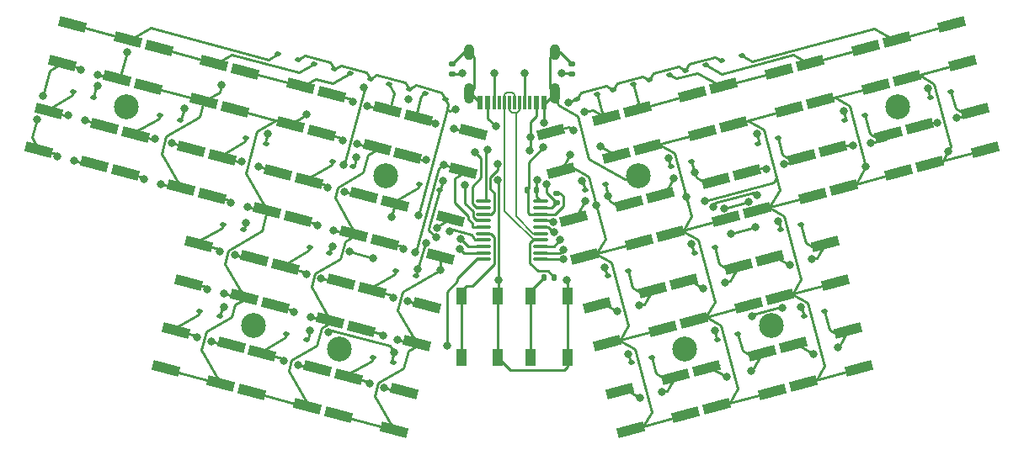
<source format=gbr>
%TF.GenerationSoftware,KiCad,Pcbnew,7.0.8*%
%TF.CreationDate,2024-02-24T18:47:46-06:00*%
%TF.ProjectId,idawgz32,69646177-677a-4333-922e-6b696361645f,rev?*%
%TF.SameCoordinates,Original*%
%TF.FileFunction,Copper,L1,Top*%
%TF.FilePolarity,Positive*%
%FSLAX46Y46*%
G04 Gerber Fmt 4.6, Leading zero omitted, Abs format (unit mm)*
G04 Created by KiCad (PCBNEW 7.0.8) date 2024-02-24 18:47:46*
%MOMM*%
%LPD*%
G01*
G04 APERTURE LIST*
G04 Aperture macros list*
%AMRoundRect*
0 Rectangle with rounded corners*
0 $1 Rounding radius*
0 $2 $3 $4 $5 $6 $7 $8 $9 X,Y pos of 4 corners*
0 Add a 4 corners polygon primitive as box body*
4,1,4,$2,$3,$4,$5,$6,$7,$8,$9,$2,$3,0*
0 Add four circle primitives for the rounded corners*
1,1,$1+$1,$2,$3*
1,1,$1+$1,$4,$5*
1,1,$1+$1,$6,$7*
1,1,$1+$1,$8,$9*
0 Add four rect primitives between the rounded corners*
20,1,$1+$1,$2,$3,$4,$5,0*
20,1,$1+$1,$4,$5,$6,$7,0*
20,1,$1+$1,$6,$7,$8,$9,0*
20,1,$1+$1,$8,$9,$2,$3,0*%
%AMRotRect*
0 Rectangle, with rotation*
0 The origin of the aperture is its center*
0 $1 length*
0 $2 width*
0 $3 Rotation angle, in degrees counterclockwise*
0 Add horizontal line*
21,1,$1,$2,0,0,$3*%
G04 Aperture macros list end*
%TA.AperFunction,SMDPad,CuDef*%
%ADD10R,1.100000X1.800000*%
%TD*%
%TA.AperFunction,SMDPad,CuDef*%
%ADD11RotRect,2.750000X1.000000X15.000000*%
%TD*%
%TA.AperFunction,SMDPad,CuDef*%
%ADD12RotRect,2.750000X1.000000X345.000000*%
%TD*%
%TA.AperFunction,SMDPad,CuDef*%
%ADD13RoundRect,0.112500X-0.151994X-0.157195X0.210228X-0.060138X0.151994X0.157195X-0.210228X0.060138X0*%
%TD*%
%TA.AperFunction,ComponentPad*%
%ADD14C,2.500000*%
%TD*%
%TA.AperFunction,SMDPad,CuDef*%
%ADD15RoundRect,0.112500X0.210228X0.060138X-0.151994X0.157195X-0.210228X-0.060138X0.151994X-0.157195X0*%
%TD*%
%TA.AperFunction,SMDPad,CuDef*%
%ADD16RoundRect,0.135000X0.135000X0.185000X-0.135000X0.185000X-0.135000X-0.185000X0.135000X-0.185000X0*%
%TD*%
%TA.AperFunction,SMDPad,CuDef*%
%ADD17RoundRect,0.140000X0.170000X-0.140000X0.170000X0.140000X-0.170000X0.140000X-0.170000X-0.140000X0*%
%TD*%
%TA.AperFunction,SMDPad,CuDef*%
%ADD18RoundRect,0.140000X0.140000X0.170000X-0.140000X0.170000X-0.140000X-0.170000X0.140000X-0.170000X0*%
%TD*%
%TA.AperFunction,SMDPad,CuDef*%
%ADD19RoundRect,0.135000X0.185000X-0.135000X0.185000X0.135000X-0.185000X0.135000X-0.185000X-0.135000X0*%
%TD*%
%TA.AperFunction,SMDPad,CuDef*%
%ADD20RoundRect,0.100000X-0.637500X-0.100000X0.637500X-0.100000X0.637500X0.100000X-0.637500X0.100000X0*%
%TD*%
%TA.AperFunction,ComponentPad*%
%ADD21O,1.000000X1.600000*%
%TD*%
%TA.AperFunction,ComponentPad*%
%ADD22O,1.000000X2.100000*%
%TD*%
%TA.AperFunction,SMDPad,CuDef*%
%ADD23R,0.600000X1.450000*%
%TD*%
%TA.AperFunction,SMDPad,CuDef*%
%ADD24R,0.300000X1.450000*%
%TD*%
%TA.AperFunction,ViaPad*%
%ADD25C,0.800000*%
%TD*%
%TA.AperFunction,Conductor*%
%ADD26C,0.250000*%
%TD*%
%TA.AperFunction,Conductor*%
%ADD27C,0.200000*%
%TD*%
G04 APERTURE END LIST*
D10*
%TO.P,SW42,1,1*%
%TO.N,RST*%
X65968851Y-77101876D03*
X65968851Y-70901876D03*
%TO.P,SW42,2,2*%
%TO.N,+3.3V*%
X69668851Y-77101876D03*
X69668851Y-70901876D03*
%TD*%
%TO.P,SW41,1,1*%
%TO.N,BOOT*%
X72968851Y-77101872D03*
X72968851Y-70901872D03*
%TO.P,SW41,2,2*%
%TO.N,+3.3V*%
X76668851Y-77101872D03*
X76668851Y-70901872D03*
%TD*%
D11*
%TO.P,SW32,1,1*%
%TO.N,Net-(D32-A)*%
X87515155Y-78992326D03*
X81951423Y-80483124D03*
%TO.P,SW32,2,2*%
%TO.N,col6*%
X88550431Y-82856030D03*
X82986699Y-84346828D03*
%TD*%
D12*
%TO.P,SW31,1,1*%
%TO.N,Net-(D31-A)*%
X60232942Y-80483121D03*
X54669210Y-78992323D03*
%TO.P,SW31,2,2*%
%TO.N,col5*%
X59197666Y-84346825D03*
X53633934Y-82856027D03*
%TD*%
D11*
%TO.P,SW30,1,1*%
%TO.N,Net-(D30-A)*%
X96208489Y-76662954D03*
X90644757Y-78153752D03*
%TO.P,SW30,2,2*%
%TO.N,col7*%
X97243765Y-80526658D03*
X91680033Y-82017456D03*
%TD*%
D12*
%TO.P,SW29,1,1*%
%TO.N,Net-(D29-A)*%
X51539611Y-78153756D03*
X45975879Y-76662958D03*
%TO.P,SW29,2,2*%
%TO.N,col4*%
X50504335Y-82017460D03*
X44940603Y-80526662D03*
%TD*%
D11*
%TO.P,SW28,1,1*%
%TO.N,Net-(D28-A)*%
X104901819Y-74333581D03*
X99338087Y-75824379D03*
%TO.P,SW28,2,2*%
%TO.N,col8*%
X105937095Y-78197285D03*
X100373363Y-79688083D03*
%TD*%
D12*
%TO.P,SW27,1,1*%
%TO.N,Net-(D27-A)*%
X42846280Y-75824384D03*
X37282548Y-74333586D03*
%TO.P,SW27,2,2*%
%TO.N,col3*%
X41811004Y-79688088D03*
X36247272Y-78197290D03*
%TD*%
D11*
%TO.P,SW26,1,1*%
%TO.N,Net-(D26-A)*%
X85185781Y-70298999D03*
X79622049Y-71789797D03*
%TO.P,SW26,2,2*%
%TO.N,col6*%
X86221057Y-74162703D03*
X80657325Y-75653501D03*
%TD*%
D12*
%TO.P,SW25,1,1*%
%TO.N,Net-(D25-A)*%
X62562318Y-71789786D03*
X56998586Y-70298988D03*
%TO.P,SW25,2,2*%
%TO.N,col5*%
X61527042Y-75653490D03*
X55963310Y-74162692D03*
%TD*%
D11*
%TO.P,SW24,1,1*%
%TO.N,Net-(D24-A)*%
X93879113Y-67969623D03*
X88315381Y-69460421D03*
%TO.P,SW24,2,2*%
%TO.N,col7*%
X94914389Y-71833327D03*
X89350657Y-73324125D03*
%TD*%
D12*
%TO.P,SW23,1,1*%
%TO.N,Net-(D23-A)*%
X53868982Y-69460421D03*
X48305250Y-67969623D03*
%TO.P,SW23,2,2*%
%TO.N,col4*%
X52833706Y-73324125D03*
X47269974Y-71833327D03*
%TD*%
D11*
%TO.P,SW22,1,1*%
%TO.N,Net-(D22-A)*%
X102572447Y-65640245D03*
X97008715Y-67131043D03*
%TO.P,SW22,2,2*%
%TO.N,col8*%
X103607723Y-69503949D03*
X98043991Y-70994747D03*
%TD*%
D12*
%TO.P,SW21,1,1*%
%TO.N,Net-(D21-A)*%
X45175649Y-67131051D03*
X39611917Y-65640253D03*
%TO.P,SW21,2,2*%
%TO.N,col3*%
X44140373Y-70994755D03*
X38576641Y-69503957D03*
%TD*%
D11*
%TO.P,SW20,1,1*%
%TO.N,Net-(D20-A)*%
X82856412Y-61605663D03*
X77292680Y-63096461D03*
%TO.P,SW20,2,2*%
%TO.N,col6*%
X83891688Y-65469367D03*
X78327956Y-66960165D03*
%TD*%
D12*
%TO.P,SW19,1,1*%
%TO.N,Net-(D19-A)*%
X64891687Y-63096460D03*
X59327955Y-61605662D03*
%TO.P,SW19,2,2*%
%TO.N,col5*%
X63856411Y-66960164D03*
X58292679Y-65469366D03*
%TD*%
D11*
%TO.P,SW18,1,1*%
%TO.N,Net-(D18-A)*%
X91549743Y-59276287D03*
X85986011Y-60767085D03*
%TO.P,SW18,2,2*%
%TO.N,col7*%
X92585019Y-63139991D03*
X87021287Y-64630789D03*
%TD*%
D12*
%TO.P,SW17,1,1*%
%TO.N,Net-(D17-A)*%
X56198351Y-60767090D03*
X50634619Y-59276292D03*
%TO.P,SW17,2,2*%
%TO.N,col4*%
X55163075Y-64630794D03*
X49599343Y-63139996D03*
%TD*%
D11*
%TO.P,SW16,1,1*%
%TO.N,Net-(D16-A)*%
X100243070Y-56946917D03*
X94679338Y-58437715D03*
%TO.P,SW16,2,2*%
%TO.N,col8*%
X101278346Y-60810621D03*
X95714614Y-62301419D03*
%TD*%
D12*
%TO.P,SW15,1,1*%
%TO.N,Net-(D15-A)*%
X47505020Y-58437721D03*
X41941288Y-56946923D03*
%TO.P,SW15,2,2*%
%TO.N,col3*%
X46469744Y-62301425D03*
X40906012Y-60810627D03*
%TD*%
D11*
%TO.P,SW14,1,1*%
%TO.N,Net-(D14-A)*%
X108936413Y-54617547D03*
X103372681Y-56108345D03*
%TO.P,SW14,2,2*%
%TO.N,col9*%
X109971689Y-58481251D03*
X104407957Y-59972049D03*
%TD*%
D12*
%TO.P,SW13,1,1*%
%TO.N,Net-(D13-A)*%
X38811692Y-56108345D03*
X33247960Y-54617547D03*
%TO.P,SW13,2,2*%
%TO.N,col2*%
X37776416Y-59972049D03*
X32212684Y-58481251D03*
%TD*%
D11*
%TO.P,SW12,1,1*%
%TO.N,Net-(D12-A)*%
X80527035Y-52912328D03*
X74963303Y-54403126D03*
%TO.P,SW12,2,2*%
%TO.N,col6*%
X81562311Y-56776032D03*
X75998579Y-58266830D03*
%TD*%
D12*
%TO.P,SW11,1,1*%
%TO.N,Net-(D11-A)*%
X67221056Y-54403124D03*
X61657324Y-52912326D03*
%TO.P,SW11,2,2*%
%TO.N,col5*%
X66185780Y-58266828D03*
X60622048Y-56776030D03*
%TD*%
D11*
%TO.P,SW10,1,1*%
%TO.N,Net-(D10-A)*%
X117629740Y-52288177D03*
X112066008Y-53778975D03*
%TO.P,SW10,2,2*%
%TO.N,col10*%
X118665016Y-56151881D03*
X113101284Y-57642679D03*
%TD*%
D12*
%TO.P,SW9,1,1*%
%TO.N,Net-(D9-A)*%
X30118359Y-53778970D03*
X24554627Y-52288172D03*
%TO.P,SW9,2,2*%
%TO.N,col1*%
X29083083Y-57642674D03*
X23519351Y-56151876D03*
%TD*%
D11*
%TO.P,SW8,1,1*%
%TO.N,Net-(D8-A)*%
X89220373Y-50582959D03*
X83656641Y-52073757D03*
%TO.P,SW8,2,2*%
%TO.N,col7*%
X90255649Y-54446663D03*
X84691917Y-55937461D03*
%TD*%
D12*
%TO.P,SW7,1,1*%
%TO.N,Net-(D7-A)*%
X58527728Y-52073755D03*
X52963996Y-50582957D03*
%TO.P,SW7,2,2*%
%TO.N,col4*%
X57492452Y-55937459D03*
X51928720Y-54446661D03*
%TD*%
D11*
%TO.P,SW6,1,1*%
%TO.N,Net-(D6-A)*%
X97913705Y-48253592D03*
X92349973Y-49744390D03*
%TO.P,SW6,2,2*%
%TO.N,col8*%
X98948981Y-52117296D03*
X93385249Y-53608094D03*
%TD*%
D12*
%TO.P,SW5,1,1*%
%TO.N,Net-(D5-A)*%
X49834396Y-49744380D03*
X44270664Y-48253582D03*
%TO.P,SW5,2,2*%
%TO.N,col3*%
X48799120Y-53608084D03*
X43235388Y-52117286D03*
%TD*%
D11*
%TO.P,SW4,1,1*%
%TO.N,Net-(D4-A)*%
X106607039Y-45924210D03*
X101043307Y-47415008D03*
%TO.P,SW4,2,2*%
%TO.N,col9*%
X107642315Y-49787914D03*
X102078583Y-51278712D03*
%TD*%
D12*
%TO.P,SW3,1,1*%
%TO.N,Net-(D3-A)*%
X41141059Y-47415008D03*
X35577327Y-45924210D03*
%TO.P,SW3,2,2*%
%TO.N,col2*%
X40105783Y-51278712D03*
X34542051Y-49787914D03*
%TD*%
D11*
%TO.P,SW2,1,1*%
%TO.N,Net-(D2-A)*%
X115300369Y-43594843D03*
X109736637Y-45085641D03*
%TO.P,SW2,2,2*%
%TO.N,col10*%
X116335645Y-47458547D03*
X110771913Y-48949345D03*
%TD*%
D12*
%TO.P,SW1,1,1*%
%TO.N,Net-(D1-A)*%
X32447730Y-45085645D03*
X26883998Y-43594847D03*
%TO.P,SW1,2,2*%
%TO.N,col1*%
X31412454Y-48949349D03*
X25848722Y-47458551D03*
%TD*%
D13*
%TO.P,D30,1,K*%
%TO.N,row4*%
X91765352Y-75265301D03*
%TO.P,D30,2,A*%
%TO.N,Net-(D30-A)*%
X93793796Y-74721781D03*
%TD*%
D14*
%TO.P,H4,1,1*%
%TO.N,GND*%
X109854168Y-51817947D03*
%TD*%
D15*
%TO.P,D29,1,K*%
%TO.N,row4*%
X50419013Y-75265301D03*
%TO.P,D29,2,A*%
%TO.N,Net-(D29-A)*%
X48390569Y-74721781D03*
%TD*%
%TO.P,D15,1,K*%
%TO.N,row2*%
X46384425Y-55549262D03*
%TO.P,D15,2,A*%
%TO.N,Net-(D15-A)*%
X44355981Y-55005742D03*
%TD*%
D13*
%TO.P,D6,1,K*%
%TO.N,row1*%
X84882361Y-49157137D03*
%TO.P,D6,2,A*%
%TO.N,Net-(D6-A)*%
X86910805Y-48613617D03*
%TD*%
D16*
%TO.P,R1,1*%
%TO.N,UDP*%
X75344368Y-69001877D03*
%TO.P,R1,2*%
%TO.N,BOOT*%
X74324368Y-69001877D03*
%TD*%
D13*
%TO.P,D24,1,K*%
%TO.N,row3*%
X89435980Y-66571962D03*
%TO.P,D24,2,A*%
%TO.N,Net-(D24-A)*%
X91464424Y-66028442D03*
%TD*%
%TO.P,D18,1,K*%
%TO.N,row2*%
X87106610Y-57878632D03*
%TO.P,D18,2,A*%
%TO.N,Net-(D18-A)*%
X89135054Y-57335112D03*
%TD*%
D15*
%TO.P,D3,1,K*%
%TO.N,row1*%
X53195971Y-48056928D03*
%TO.P,D3,2,A*%
%TO.N,Net-(D3-A)*%
X51167527Y-47513408D03*
%TD*%
D13*
%TO.P,D2,1,K*%
%TO.N,row1*%
X92126801Y-47215994D03*
%TO.P,D2,2,A*%
%TO.N,Net-(D2-A)*%
X94155245Y-46672474D03*
%TD*%
%TO.P,D10,1,K*%
%TO.N,row2*%
X113186603Y-50890524D03*
%TO.P,D10,2,A*%
%TO.N,Net-(D10-A)*%
X115215047Y-50347004D03*
%TD*%
%TO.P,D14,1,K*%
%TO.N,row2*%
X104493276Y-53219895D03*
%TO.P,D14,2,A*%
%TO.N,Net-(D14-A)*%
X106521720Y-52676375D03*
%TD*%
D14*
%TO.P,H3,1,1*%
%TO.N,GND*%
X83774173Y-58806057D03*
%TD*%
D15*
%TO.P,D19,1,K*%
%TO.N,row2*%
X63771088Y-60208005D03*
%TO.P,D19,2,A*%
%TO.N,Net-(D19-A)*%
X61742644Y-59664485D03*
%TD*%
D14*
%TO.P,H8,1,1*%
%TO.N,GND*%
X97126245Y-73863353D03*
%TD*%
%TO.P,H2,1,1*%
%TO.N,GND*%
X58410208Y-58806057D03*
%TD*%
D13*
%TO.P,D8,1,K*%
%TO.N,row1*%
X81260137Y-50127701D03*
%TO.P,D8,2,A*%
%TO.N,Net-(D8-A)*%
X83288581Y-49584181D03*
%TD*%
D17*
%TO.P,C1,1*%
%TO.N,VBUS*%
X75584370Y-61501872D03*
%TO.P,C1,2*%
%TO.N,GND*%
X75584370Y-60541872D03*
%TD*%
D18*
%TO.P,C2,1*%
%TO.N,+3.3V*%
X73544369Y-60251875D03*
%TO.P,C2,2*%
%TO.N,GND*%
X72584369Y-60251875D03*
%TD*%
D13*
%TO.P,D4,1,K*%
%TO.N,row1*%
X88504579Y-48186561D03*
%TO.P,D4,2,A*%
%TO.N,Net-(D4-A)*%
X90533023Y-47643041D03*
%TD*%
%TO.P,D32,1,K*%
%TO.N,row4*%
X83072024Y-77594668D03*
%TO.P,D32,2,A*%
%TO.N,Net-(D32-A)*%
X85100468Y-77051148D03*
%TD*%
D19*
%TO.P,R5,1*%
%TO.N,CC2*%
X65084367Y-48511874D03*
%TO.P,R5,2*%
%TO.N,GND*%
X65084367Y-47491874D03*
%TD*%
D20*
%TO.P,U1,1,P3.2/TXD1_/INT0/VBUS1/AIN3*%
%TO.N,col1*%
X68229683Y-61357912D03*
%TO.P,U1,2,P1.4/T2_/CAP1_/SCS/TIN2/UCC1/AIN1*%
%TO.N,col2*%
X68229683Y-62007912D03*
%TO.P,U1,3,P1.5/MOSI/PWM1/TIN3/UCC2/AIN2*%
%TO.N,col3*%
X68229683Y-62657912D03*
%TO.P,U1,4,P1.6/MISO/RXD1/TIN4*%
%TO.N,col4*%
X68229683Y-63307912D03*
%TO.P,U1,5,P1.7/SCK/TXD1/TIN5*%
%TO.N,col5*%
X68229683Y-63957912D03*
%TO.P,U1,6,RST/T2EX_/CAP2_*%
%TO.N,RST*%
X68229683Y-64607912D03*
%TO.P,U1,7,P1.0/T2/CAP1/TIN0*%
%TO.N,row1*%
X68229683Y-65257912D03*
%TO.P,U1,8,P1.1/T2EX/CAP2/TIN1/VBUS2/AIN0*%
%TO.N,row2*%
X68229683Y-65907912D03*
%TO.P,U1,9,P3.1/PWM2_/TXD*%
%TO.N,row3*%
X68229683Y-66557912D03*
%TO.P,U1,10,P3.0/PWM1_/RXD*%
%TO.N,row4*%
X68229683Y-67207912D03*
%TO.P,U1,11,P3.3/INT1*%
%TO.N,col10*%
X73954683Y-67207912D03*
%TO.P,U1,12,P3.4/PWM2/RXD1_/T0*%
%TO.N,col9*%
X73954683Y-66557912D03*
%TO.P,U1,13,P3.5/T1*%
%TO.N,col8*%
X73954683Y-65907912D03*
%TO.P,U1,14,P3.6/UDP*%
%TO.N,UDP*%
X73954683Y-65257912D03*
%TO.P,U1,15,P3.7/UDM*%
%TO.N,UDM*%
X73954683Y-64607912D03*
%TO.P,U1,16,P1.3/XO/TXD_*%
%TO.N,col7*%
X73954683Y-63957912D03*
%TO.P,U1,17,P1.2/XI/RXD_*%
%TO.N,col6*%
X73954683Y-63307912D03*
%TO.P,U1,18,GND/VSS*%
%TO.N,GND*%
X73954683Y-62657912D03*
%TO.P,U1,19,VCC/VDD*%
%TO.N,VBUS*%
X73954683Y-62007912D03*
%TO.P,U1,20,V33*%
%TO.N,+3.3V*%
X73954683Y-61357912D03*
%TD*%
D14*
%TO.P,H6,1,1*%
%TO.N,GND*%
X53751469Y-76192718D03*
%TD*%
D13*
%TO.P,D16,1,K*%
%TO.N,row2*%
X95799936Y-55549262D03*
%TO.P,D16,2,A*%
%TO.N,Net-(D16-A)*%
X97828380Y-55005742D03*
%TD*%
%TO.P,D20,1,K*%
%TO.N,row2*%
X78413276Y-60208011D03*
%TO.P,D20,2,A*%
%TO.N,Net-(D20-A)*%
X80441720Y-59664491D03*
%TD*%
%TO.P,D12,1,K*%
%TO.N,row1*%
X77637912Y-51098280D03*
%TO.P,D12,2,A*%
%TO.N,Net-(D12-A)*%
X79666356Y-50554760D03*
%TD*%
%TO.P,D26,1,K*%
%TO.N,row3*%
X80742649Y-68901335D03*
%TO.P,D26,2,A*%
%TO.N,Net-(D26-A)*%
X82771093Y-68357815D03*
%TD*%
D19*
%TO.P,R4,1*%
%TO.N,CC1*%
X77084366Y-48511876D03*
%TO.P,R4,2*%
%TO.N,GND*%
X77084366Y-47491876D03*
%TD*%
D15*
%TO.P,D11,1,K*%
%TO.N,row1*%
X64352416Y-51046284D03*
%TO.P,D11,2,A*%
%TO.N,Net-(D11-A)*%
X62323972Y-50502764D03*
%TD*%
%TO.P,D27,1,K*%
%TO.N,row4*%
X41725682Y-72935929D03*
%TO.P,D27,2,A*%
%TO.N,Net-(D27-A)*%
X39697238Y-72392409D03*
%TD*%
%TO.P,D13,1,K*%
%TO.N,row2*%
X37691095Y-53219892D03*
%TO.P,D13,2,A*%
%TO.N,Net-(D13-A)*%
X35662651Y-52676372D03*
%TD*%
D21*
%TO.P,J1,S1,SHIELD*%
%TO.N,GND*%
X66764366Y-46316875D03*
D22*
X66764366Y-50496875D03*
D21*
X75404366Y-46316875D03*
D22*
X75404366Y-50496875D03*
D23*
%TO.P,J1,B12,GND*%
X74334366Y-51411875D03*
%TO.P,J1,B9,VBUS*%
%TO.N,VBUS*%
X73534366Y-51411875D03*
D24*
%TO.P,J1,B8,SBU2*%
%TO.N,unconnected-(J1-SBU2-PadB8)*%
X72834366Y-51411875D03*
%TO.P,J1,B7,D-*%
%TO.N,UDM*%
X71834366Y-51411875D03*
%TO.P,J1,B6,D+*%
%TO.N,UDP*%
X70334366Y-51411875D03*
%TO.P,J1,B5,CC2*%
%TO.N,CC2*%
X69334366Y-51411875D03*
D23*
%TO.P,J1,B4,VBUS*%
%TO.N,VBUS*%
X68634366Y-51411875D03*
%TO.P,J1,B1,GND*%
%TO.N,GND*%
X67834366Y-51411875D03*
%TO.P,J1,A12,GND*%
X67834366Y-51411875D03*
%TO.P,J1,A9,VBUS*%
%TO.N,VBUS*%
X68634366Y-51411875D03*
D24*
%TO.P,J1,A8,SBU1*%
%TO.N,unconnected-(J1-SBU1-PadA8)*%
X69834366Y-51411875D03*
%TO.P,J1,A7,D-*%
%TO.N,UDM*%
X70834366Y-51411875D03*
%TO.P,J1,A6,D+*%
%TO.N,UDP*%
X71334366Y-51411875D03*
%TO.P,J1,A5,CC1*%
%TO.N,CC1*%
X72334366Y-51411875D03*
D23*
%TO.P,J1,A4,VBUS*%
%TO.N,VBUS*%
X73534366Y-51411875D03*
%TO.P,J1,A1,GND*%
%TO.N,GND*%
X74334366Y-51411875D03*
%TD*%
D14*
%TO.P,H1,1,1*%
%TO.N,GND*%
X32330212Y-51817942D03*
%TD*%
%TO.P,H5,1,1*%
%TO.N,GND*%
X45058133Y-73863350D03*
%TD*%
D15*
%TO.P,D7,1,K*%
%TO.N,row1*%
X60730191Y-50075717D03*
%TO.P,D7,2,A*%
%TO.N,Net-(D7-A)*%
X58701747Y-49532197D03*
%TD*%
D13*
%TO.P,D28,1,K*%
%TO.N,row4*%
X100458681Y-72935928D03*
%TO.P,D28,2,A*%
%TO.N,Net-(D28-A)*%
X102487125Y-72392408D03*
%TD*%
D15*
%TO.P,D5,1,K*%
%TO.N,row1*%
X56818193Y-49027497D03*
%TO.P,D5,2,A*%
%TO.N,Net-(D5-A)*%
X54789749Y-48483977D03*
%TD*%
%TO.P,D21,1,K*%
%TO.N,row3*%
X44055053Y-64242592D03*
%TO.P,D21,2,A*%
%TO.N,Net-(D21-A)*%
X42026609Y-63699072D03*
%TD*%
D13*
%TO.P,D22,1,K*%
%TO.N,row3*%
X98129314Y-64242595D03*
%TO.P,D22,2,A*%
%TO.N,Net-(D22-A)*%
X100157758Y-63699075D03*
%TD*%
D15*
%TO.P,D25,1,K*%
%TO.N,row3*%
X61441718Y-68901345D03*
%TO.P,D25,2,A*%
%TO.N,Net-(D25-A)*%
X59413274Y-68357825D03*
%TD*%
%TO.P,D23,1,K*%
%TO.N,row3*%
X52748386Y-66571968D03*
%TO.P,D23,2,A*%
%TO.N,Net-(D23-A)*%
X50719942Y-66028448D03*
%TD*%
%TO.P,D17,1,K*%
%TO.N,row2*%
X55077757Y-57878638D03*
%TO.P,D17,2,A*%
%TO.N,Net-(D17-A)*%
X53049313Y-57335118D03*
%TD*%
%TO.P,D9,1,K*%
%TO.N,row2*%
X28997760Y-50890516D03*
%TO.P,D9,2,A*%
%TO.N,Net-(D9-A)*%
X26969316Y-50346996D03*
%TD*%
%TO.P,D1,1,K*%
%TO.N,row1*%
X49573749Y-47086356D03*
%TO.P,D1,2,A*%
%TO.N,Net-(D1-A)*%
X47545305Y-46542836D03*
%TD*%
%TO.P,D31,1,K*%
%TO.N,row4*%
X59112348Y-77594675D03*
%TO.P,D31,2,A*%
%TO.N,Net-(D31-A)*%
X57083904Y-77051155D03*
%TD*%
D14*
%TO.P,H7,1,1*%
%TO.N,GND*%
X88432913Y-76192723D03*
%TD*%
D25*
%TO.N,row2*%
X63485063Y-65015952D03*
%TO.N,col6*%
X79945043Y-55849285D03*
X76950673Y-56651624D03*
%TO.N,col8*%
X90481322Y-61315558D03*
%TO.N,col9*%
X95745612Y-60725965D03*
X91296349Y-61894122D03*
%TO.N,col10*%
X94886902Y-61384917D03*
X92381240Y-62056307D03*
%TO.N,row3*%
X93070619Y-64652084D03*
X95582026Y-63979154D03*
%TO.N,row4*%
X95177417Y-72901135D03*
X98268379Y-72072908D03*
%TO.N,GND*%
X56179492Y-49936549D03*
X54111546Y-57654234D03*
%TO.N,row4*%
X52622706Y-74543807D03*
%TO.N,row3*%
X57080151Y-67052880D03*
X54753109Y-66429352D03*
%TO.N,col10*%
X76206219Y-67214655D03*
%TO.N,col7*%
X75291008Y-64487059D03*
%TO.N,row1*%
X64785990Y-64375963D03*
%TO.N,Net-(D19-A)*%
X63548596Y-64018470D03*
%TO.N,col5*%
X61342917Y-66470815D03*
%TO.N,col1*%
X68655085Y-56176048D03*
%TO.N,col5*%
X63855084Y-68276047D03*
%TO.N,col6*%
X75226897Y-63468030D03*
%TO.N,VBUS*%
X69437290Y-53809696D03*
%TO.N,GND*%
X74336326Y-53432839D03*
X74251399Y-55894307D03*
%TO.N,VBUS*%
X74555083Y-59676052D03*
%TO.N,+3.3V*%
X69634869Y-59251877D03*
%TO.N,col3*%
X69634871Y-57576047D03*
%TO.N,Net-(D12-A)*%
X78350464Y-52378200D03*
X77289807Y-54215316D03*
%TO.N,Net-(D32-A)*%
X86162403Y-80566826D03*
X83978499Y-81152002D03*
%TO.N,Net-(D30-A)*%
X95161921Y-78414230D03*
X92712384Y-79070580D03*
%TO.N,Net-(D28-A)*%
X103855255Y-76084856D03*
X101405718Y-76741209D03*
%TO.N,Net-(D22-A)*%
X101219698Y-67214747D03*
X99011641Y-67806396D03*
%TO.N,Net-(D24-A)*%
X92526365Y-69544120D03*
X90342455Y-70129297D03*
%TO.N,Net-(D26-A)*%
X83833034Y-71873492D03*
X81649123Y-72458668D03*
%TO.N,Net-(D20-A)*%
X78425184Y-61350369D03*
X80744728Y-60795325D03*
%TO.N,Net-(D18-A)*%
X87341892Y-59027619D03*
X89438060Y-58465953D03*
%TO.N,Net-(D16-A)*%
X98390027Y-57620197D03*
X96689079Y-58075963D03*
%TO.N,Net-(D10-A)*%
X115776692Y-52961451D03*
X113834264Y-53481923D03*
%TO.N,Net-(D14-A)*%
X107148064Y-55532304D03*
X105358265Y-55753060D03*
%TO.N,Net-(D19-A)*%
X58955280Y-62984036D03*
%TO.N,Net-(D31-A)*%
X58242282Y-80133864D03*
X56793393Y-79745636D03*
%TO.N,Net-(D29-A)*%
X49548948Y-77804497D03*
X48100061Y-77416265D03*
%TO.N,Net-(D27-A)*%
X40855615Y-75475126D03*
X39406726Y-75086898D03*
%TO.N,Net-(D25-A)*%
X60571650Y-71440533D03*
X59122762Y-71052310D03*
%TO.N,Net-(D23-A)*%
X51878321Y-69111164D03*
X50429430Y-68722936D03*
%TO.N,Net-(D21-A)*%
X41736100Y-66393560D03*
X43184986Y-66781794D03*
%TO.N,col1*%
X23927775Y-50751436D03*
X23301010Y-53090558D03*
%TO.N,Net-(D9-A)*%
X28192398Y-53188239D03*
X26502027Y-52735301D03*
%TO.N,Net-(D13-A)*%
X36885732Y-55517605D03*
X35195361Y-55064673D03*
%TO.N,Net-(D15-A)*%
X45579061Y-57846980D03*
X43888691Y-57394044D03*
%TO.N,Net-(D17-A)*%
X54207691Y-60417831D03*
X52517322Y-59964896D03*
%TO.N,col4*%
X55501786Y-55588203D03*
X54052898Y-55199971D03*
%TO.N,Net-(D7-A)*%
X56537060Y-51724501D03*
X55088174Y-51336269D03*
%TO.N,Net-(D11-A)*%
X63389814Y-53560688D03*
X65230394Y-54053869D03*
%TO.N,col5*%
X64259822Y-57676090D03*
X62419246Y-57182911D03*
X60175380Y-66157972D03*
X59536375Y-75304238D03*
X58087488Y-74916009D03*
%TO.N,col4*%
X50843041Y-72974865D03*
X49152671Y-72521933D03*
%TO.N,col3*%
X42149712Y-70645496D03*
X40459343Y-70192560D03*
%TO.N,col4*%
X53172416Y-64281531D03*
X51482043Y-63828602D03*
%TO.N,col3*%
X44479080Y-61952160D03*
X42788713Y-61499231D03*
%TO.N,col2*%
X35785748Y-59622792D03*
X34095382Y-59169856D03*
%TO.N,col1*%
X27092416Y-57293421D03*
X25402046Y-56840484D03*
X29421789Y-48600090D03*
X27731420Y-48147151D03*
%TO.N,GND*%
X60632561Y-51098557D03*
%TO.N,+3.3V*%
X73584370Y-59251875D03*
X76584373Y-69251879D03*
X69742183Y-69251873D03*
%TO.N,row1*%
X76754639Y-51392948D03*
X65380860Y-52132221D03*
X61673335Y-62765936D03*
%TO.N,row2*%
X65929699Y-65146262D03*
X86794078Y-56985095D03*
X112874076Y-49996984D03*
X95728896Y-54591023D03*
X46505272Y-54560093D03*
X64133417Y-59283542D03*
X38118129Y-52053950D03*
X104422226Y-52261645D03*
X29424793Y-49724576D03*
X78100745Y-59314468D03*
X55440084Y-56954175D03*
%TO.N,row3*%
X97816782Y-63349053D03*
X65819018Y-66139618D03*
X61632401Y-68189697D03*
X44352679Y-63559610D03*
X80430116Y-68007800D03*
X62457822Y-65536949D03*
X89123449Y-65678426D03*
X53046010Y-65888989D03*
%TO.N,row4*%
X100146156Y-72042390D03*
X42088012Y-72011468D03*
X64521691Y-75869768D03*
X82759491Y-76701128D03*
X91452823Y-74371764D03*
X50781344Y-74340841D03*
X59233196Y-76605506D03*
%TO.N,VBUS*%
X72919830Y-54933566D03*
X72852335Y-56268772D03*
%TO.N,CC1*%
X72334370Y-48501871D03*
X76084367Y-48501878D03*
%TO.N,CC2*%
X69334368Y-48501872D03*
X66084370Y-48501873D03*
%TO.N,col1*%
X32362083Y-46356273D03*
%TO.N,col3*%
X50390839Y-52594443D03*
%TO.N,col7*%
X88587755Y-60878009D03*
%TO.N,col9*%
X106681910Y-57893708D03*
X76251002Y-66207203D03*
%TO.N,col10*%
X114950975Y-56299182D03*
%TO.N,col8*%
X75919412Y-65264307D03*
%TO.N,col6*%
X79531696Y-61757068D03*
%TO.N,col4*%
X66359872Y-59733930D03*
%TO.N,col2*%
X41857066Y-49691148D03*
X67359872Y-56391226D03*
%TD*%
D26*
%TO.N,row2*%
X63771088Y-60208010D02*
X62728232Y-64100000D01*
X62728232Y-64100000D02*
X62728232Y-64259121D01*
X62728232Y-64259121D02*
X63485063Y-65015952D01*
%TO.N,GND*%
X83774173Y-58806057D02*
X82409918Y-59171607D01*
X82409918Y-59171607D02*
X78811783Y-57094223D01*
X77666233Y-52818970D02*
X75726490Y-51699059D01*
X75726490Y-51699059D02*
X75404366Y-50496874D01*
X78811783Y-57094223D02*
X77666233Y-52818970D01*
%TO.N,col6*%
X75998578Y-58266830D02*
X76021712Y-58260631D01*
X76021712Y-58260631D02*
X76950673Y-56651624D01*
X79945043Y-55849285D02*
X79953304Y-55847071D01*
X79953304Y-55847071D02*
X81562311Y-56776032D01*
X75998578Y-58266830D02*
X77185384Y-57948826D01*
X77185384Y-57948826D02*
X77185384Y-57948825D01*
%TO.N,col8*%
X90481322Y-61315558D02*
X97408909Y-59459316D01*
X97408909Y-59459316D02*
X97682726Y-58985052D01*
%TO.N,col9*%
X95365021Y-60506230D02*
X95745612Y-60725965D01*
X91296349Y-61894122D02*
X91499678Y-61541946D01*
X91499678Y-61541946D02*
X95365021Y-60506230D01*
%TO.N,col10*%
X92381240Y-62056307D02*
X94886902Y-61384917D01*
%TO.N,row3*%
X93070619Y-64652084D02*
X95582026Y-63979154D01*
%TO.N,row4*%
X95277243Y-72728231D02*
X95177417Y-72901135D01*
X98095483Y-71973086D02*
X95277243Y-72728231D01*
X98268379Y-72072908D02*
X98095483Y-71973086D01*
%TO.N,GND*%
X56179492Y-49936549D02*
X56238282Y-50038376D01*
X56238282Y-50038376D02*
X54213372Y-57595445D01*
X54213372Y-57595445D02*
X54111546Y-57654234D01*
%TO.N,row4*%
X52622706Y-74543807D02*
X52958800Y-74349764D01*
X52958800Y-74349764D02*
X58840789Y-75925838D01*
X58840789Y-75925838D02*
X59233196Y-76605506D01*
%TO.N,row3*%
X54753109Y-66429352D02*
X57080151Y-67052880D01*
%TO.N,col10*%
X76206219Y-67214655D02*
X73961427Y-67214656D01*
X73961427Y-67214656D02*
X73954682Y-67207912D01*
%TO.N,col5*%
X63855084Y-68276047D02*
X60085901Y-70452186D01*
X60085901Y-70452186D02*
X59590819Y-72299856D01*
X59590819Y-72299856D02*
X61527041Y-75653493D01*
%TO.N,col7*%
X75220641Y-64365174D02*
X75291008Y-64487059D01*
X75055084Y-64320813D02*
X75220641Y-64365174D01*
%TO.N,col5*%
X61342917Y-66470815D02*
X61447348Y-66410519D01*
X61447348Y-66410519D02*
X63701332Y-57998534D01*
X63701332Y-57998534D02*
X64259822Y-57676090D01*
%TO.N,row1*%
X65131041Y-64176750D02*
X64785990Y-64375963D01*
X67002010Y-64678071D02*
X65131041Y-64176750D01*
X67336777Y-65257909D02*
X67002010Y-64678071D01*
%TO.N,Net-(D19-A)*%
X63548596Y-64018470D02*
X63595060Y-63845067D01*
X63595060Y-63845067D02*
X64891689Y-63096459D01*
%TO.N,col1*%
X68429682Y-56401451D02*
X68429683Y-61157910D01*
X68655085Y-56176048D02*
X68429682Y-56401451D01*
%TO.N,col5*%
X66717183Y-62877687D02*
X65300754Y-61461261D01*
X67117952Y-63957913D02*
X67117952Y-63570083D01*
X67117952Y-63570083D02*
X66717181Y-63169307D01*
X66717181Y-63169307D02*
X66717183Y-62877687D01*
X68229684Y-63957917D02*
X67117952Y-63957913D01*
X65300754Y-61461261D02*
X65300752Y-59039081D01*
X63855084Y-68276047D02*
X63855083Y-66961490D01*
X63855083Y-66961490D02*
X63856411Y-66960165D01*
%TO.N,row4*%
X68229681Y-67207912D02*
X67492182Y-67207914D01*
X67492182Y-67207914D02*
X65556562Y-69143532D01*
X65556562Y-69143532D02*
X65556563Y-69404546D01*
%TO.N,col6*%
X73954681Y-63307912D02*
X75066780Y-63307911D01*
X75066780Y-63307911D02*
X75226897Y-63468030D01*
%TO.N,col7*%
X74692182Y-63957914D02*
X75055084Y-64320813D01*
X73954683Y-63957911D02*
X74692182Y-63957914D01*
%TO.N,VBUS*%
X68634369Y-51411877D02*
X68634369Y-53006776D01*
X68634369Y-53006776D02*
X69437290Y-53809696D01*
%TO.N,GND*%
X74336325Y-52962045D02*
X74336326Y-53432839D01*
X74334366Y-52960084D02*
X74336325Y-52962045D01*
X74334373Y-52960090D02*
X74334366Y-52960084D01*
X74334366Y-52960084D02*
X74334371Y-51411878D01*
%TO.N,VBUS*%
X74584368Y-59705333D02*
X74555083Y-59676052D01*
X74584369Y-60509483D02*
X74584368Y-59705333D01*
%TO.N,GND*%
X73954681Y-62657914D02*
X72859909Y-62657913D01*
X72859909Y-62657913D02*
X72703868Y-62501876D01*
X72584369Y-60251874D02*
X72734368Y-60101872D01*
X74489370Y-51411877D02*
X75404370Y-50496873D01*
X72734368Y-60101872D02*
X72734370Y-57411338D01*
X72703869Y-60371374D02*
X72584369Y-60251874D01*
X72734370Y-57411338D02*
X74064166Y-56081541D01*
X72703868Y-62501876D02*
X72703869Y-60371374D01*
X74334370Y-51411872D02*
X74489370Y-51411877D01*
X74334373Y-52960090D02*
X74334370Y-51411872D01*
%TO.N,col1*%
X68229684Y-61357913D02*
X68429683Y-61157910D01*
%TO.N,col3*%
X68229681Y-62657911D02*
X68967186Y-62657910D01*
X68967186Y-62657910D02*
X69292182Y-62332912D01*
X69292182Y-62332912D02*
X69292185Y-60525092D01*
X69292185Y-60525092D02*
X68909869Y-60142776D01*
X69634869Y-58226573D02*
X69634871Y-57576047D01*
X68909869Y-60142776D02*
X68909872Y-58951570D01*
X68909872Y-58951570D02*
X69634869Y-58226573D01*
%TO.N,+3.3V*%
X69742183Y-69251873D02*
X69742179Y-59359189D01*
X69742179Y-59359189D02*
X69634869Y-59251877D01*
%TO.N,col2*%
X67359872Y-56391226D02*
X67968340Y-56999695D01*
X67968340Y-56999695D02*
X67968339Y-58981469D01*
X67968339Y-58981469D02*
X67084369Y-59865438D01*
X67084369Y-59865438D02*
X67084371Y-61600100D01*
X67084371Y-61600100D02*
X67492185Y-62007914D01*
X67492185Y-62007914D02*
X68229681Y-62007919D01*
%TO.N,col4*%
X67492184Y-63307912D02*
X67167181Y-62982914D01*
X68229681Y-63307912D02*
X67492184Y-63307912D01*
X66359870Y-61576049D02*
X66359872Y-59733930D01*
X67167181Y-62982914D02*
X67167180Y-62383360D01*
X67167180Y-62383360D02*
X66359870Y-61576049D01*
%TO.N,Net-(D2-A)*%
X109736637Y-45085639D02*
X115300372Y-43594842D01*
%TO.N,Net-(D4-A)*%
X101043304Y-47415009D02*
X106607039Y-45924215D01*
%TO.N,Net-(D6-A)*%
X92349974Y-49744387D02*
X97913703Y-48253591D01*
%TO.N,Net-(D8-A)*%
X83656638Y-52073757D02*
X89220371Y-50582958D01*
%TO.N,Net-(D12-A)*%
X74963304Y-54403124D02*
X76774517Y-53917815D01*
X76774517Y-53917815D02*
X77289807Y-54215316D01*
X78350464Y-52378200D02*
X79205208Y-52149171D01*
X79205208Y-52149171D02*
X80527037Y-52912330D01*
%TO.N,col6*%
X78753938Y-58854432D02*
X77185384Y-57948825D01*
X77185384Y-57948825D02*
X75998578Y-58266829D01*
%TO.N,col10*%
X113101286Y-57642677D02*
X118665017Y-56151877D01*
%TO.N,col9*%
X104407955Y-59972047D02*
X109971688Y-58481251D01*
%TO.N,col8*%
X95714614Y-62301419D02*
X101278349Y-60810622D01*
%TO.N,col7*%
X87021289Y-64630790D02*
X92585022Y-63139990D01*
%TO.N,col6*%
X78327956Y-66960166D02*
X83891686Y-65469367D01*
X82986697Y-84346829D02*
X88550429Y-82856032D01*
%TO.N,col7*%
X97243762Y-80526657D02*
X91680030Y-82017454D01*
%TO.N,col8*%
X100373361Y-79688082D02*
X105937096Y-78197285D01*
X98043994Y-70994749D02*
X103607726Y-69503950D01*
%TO.N,col7*%
X89350656Y-73324127D02*
X94914388Y-71833329D01*
%TO.N,col6*%
X80657326Y-75653499D02*
X86221059Y-74162702D01*
%TO.N,Net-(D32-A)*%
X81951424Y-80483125D02*
X82544648Y-80324170D01*
X82544648Y-80324170D02*
X83978499Y-81152002D01*
X86687324Y-80426172D02*
X87515154Y-78992324D01*
X86162403Y-80566826D02*
X86687324Y-80426172D01*
%TO.N,Net-(D30-A)*%
X90972351Y-78065972D02*
X92712384Y-79070580D01*
X90644753Y-78153752D02*
X90972351Y-78065972D01*
X95161921Y-78414230D02*
X95203880Y-78402986D01*
X95203880Y-78402986D02*
X96208486Y-76662955D01*
%TO.N,Net-(D28-A)*%
X103855255Y-76084856D02*
X103897207Y-76073617D01*
X99338088Y-75824376D02*
X99665682Y-75736600D01*
X99665682Y-75736600D02*
X101405718Y-76741209D01*
X103897207Y-76073617D02*
X104901821Y-74333578D01*
%TO.N,Net-(D22-A)*%
X97577793Y-66978562D02*
X99011641Y-67806396D01*
X101219698Y-67214747D02*
X101744617Y-67074096D01*
X97008717Y-67131047D02*
X97577793Y-66978562D01*
X101744617Y-67074096D02*
X102572448Y-65640250D01*
%TO.N,Net-(D24-A)*%
X88908607Y-69301466D02*
X90342455Y-70129297D01*
X93051280Y-69403473D02*
X93879111Y-67969622D01*
X92526365Y-69544120D02*
X93051280Y-69403473D01*
X88315382Y-69460421D02*
X88908607Y-69301466D01*
%TO.N,Net-(D26-A)*%
X79622048Y-71789798D02*
X80215282Y-71630841D01*
X83833034Y-71873492D02*
X84357953Y-71732840D01*
X80215282Y-71630841D02*
X81649123Y-72458668D01*
X84357953Y-71732840D02*
X85185782Y-70298997D01*
%TO.N,Net-(D20-A)*%
X80441719Y-59664484D02*
X80744728Y-60795325D01*
X77439841Y-63057031D02*
X78425184Y-61350369D01*
X77292677Y-63096460D02*
X77439841Y-63057031D01*
X80744728Y-60795325D02*
X80888610Y-61332290D01*
%TO.N,Net-(D18-A)*%
X86401961Y-60655632D02*
X87341892Y-59027619D01*
X85986015Y-60767083D02*
X86401961Y-60655632D01*
X89438060Y-58465953D02*
X89581938Y-59002919D01*
X89135054Y-57335113D02*
X89438060Y-58465953D01*
%TO.N,Net-(D16-A)*%
X96479976Y-57955237D02*
X96689079Y-58075963D01*
X94679339Y-58437716D02*
X96479976Y-57955237D01*
X100122344Y-57156021D02*
X100243072Y-56946919D01*
X98390027Y-57620197D02*
X100122344Y-57156021D01*
%TO.N,Net-(D10-A)*%
X112066010Y-53778976D02*
X113625163Y-53361201D01*
X113625163Y-53361201D02*
X113834264Y-53481923D01*
X115776692Y-52961451D02*
X117509015Y-52497277D01*
X117509015Y-52497277D02*
X117629739Y-52288176D01*
%TO.N,Net-(D14-A)*%
X107148064Y-55532304D02*
X108638910Y-55132837D01*
X103372680Y-56108346D02*
X105149163Y-55632338D01*
X105149163Y-55632338D02*
X105358265Y-55753060D01*
X108638910Y-55132837D02*
X108936412Y-54617549D01*
%TO.N,col7*%
X87416651Y-56507382D02*
X85878723Y-55619453D01*
X85878723Y-55619453D02*
X84691915Y-55937460D01*
%TO.N,col8*%
X98948982Y-52117296D02*
X93385252Y-53608092D01*
%TO.N,col10*%
X116335644Y-47458548D02*
X110771915Y-48949346D01*
%TO.N,col9*%
X107642314Y-49787915D02*
X102078583Y-51278714D01*
%TO.N,col7*%
X84691915Y-55937460D02*
X90255646Y-54446663D01*
%TO.N,Net-(D19-A)*%
X59324001Y-61607940D02*
X59327956Y-61605661D01*
X58955280Y-62984036D02*
X59324001Y-61607940D01*
%TO.N,col3*%
X43255345Y-71767001D02*
X42926975Y-72992494D01*
X42926975Y-72992494D02*
X40375552Y-74465560D01*
X39874783Y-76334458D02*
X41811003Y-79688092D01*
X40375552Y-74465560D02*
X39874783Y-76334458D01*
X45916048Y-64367854D02*
X45884347Y-64386156D01*
X45884347Y-64386156D02*
X42562414Y-66304076D01*
X46469746Y-62301423D02*
X45916048Y-64367854D01*
X42562414Y-66304076D02*
X42204156Y-67641123D01*
X42204156Y-67641123D02*
X44140372Y-70994754D01*
X50390839Y-52594443D02*
X50360835Y-52706431D01*
X50360835Y-52706431D02*
X48799117Y-53608089D01*
%TO.N,col2*%
X41857066Y-49691148D02*
X41674333Y-50373108D01*
X41674333Y-50373108D02*
X40105784Y-51278714D01*
%TO.N,col3*%
X43235384Y-52117292D02*
X48799117Y-53608089D01*
%TO.N,col2*%
X34542051Y-49787918D02*
X40105784Y-51278714D01*
%TO.N,col3*%
X46469746Y-62301423D02*
X44321393Y-58580372D01*
X45461459Y-54325582D02*
X47368262Y-53224693D01*
X44321393Y-58580372D02*
X45461459Y-54325582D01*
X47368262Y-53224693D02*
X48799117Y-53608089D01*
%TO.N,col2*%
X37776420Y-59972044D02*
X35840195Y-56618409D01*
X35840195Y-56618409D02*
X36321316Y-54822852D01*
X36321316Y-54822852D02*
X39674941Y-52886634D01*
X39674941Y-52886634D02*
X40105784Y-51278714D01*
%TO.N,col5*%
X60171132Y-78183084D02*
X57619707Y-79656150D01*
X57261446Y-80993199D02*
X59197668Y-84346825D01*
X57619707Y-79656150D02*
X57261446Y-80993199D01*
X60642009Y-76425747D02*
X60171132Y-78183084D01*
%TO.N,col4*%
X54278050Y-65403045D02*
X53807171Y-67160384D01*
X53807171Y-67160384D02*
X51255748Y-68633450D01*
X51255748Y-68633450D02*
X50897489Y-69970493D01*
X50897489Y-69970493D02*
X52833710Y-73324120D01*
X53055587Y-73397309D02*
X53081564Y-73442307D01*
X51948682Y-74096374D02*
X51477802Y-75853716D01*
X51652538Y-73021363D02*
X53055587Y-73397309D01*
X53081564Y-73442307D02*
X51948682Y-74096374D01*
X48926378Y-77326777D02*
X48625056Y-78451322D01*
X51477802Y-75853716D02*
X48926378Y-77326777D01*
X48625056Y-78451322D02*
X50752195Y-82135637D01*
X50752195Y-82135637D02*
X44666864Y-80505081D01*
%TO.N,Net-(D31-A)*%
X54669209Y-78992328D02*
X56667621Y-79527799D01*
X56667621Y-79527799D02*
X56793393Y-79745636D01*
X58242282Y-80133864D02*
X60015099Y-80608895D01*
X60015099Y-80608895D02*
X60232941Y-80483124D01*
%TO.N,Net-(D29-A)*%
X47974292Y-77198427D02*
X48100061Y-77416265D01*
X45975882Y-76662956D02*
X47974292Y-77198427D01*
X51321772Y-78279524D02*
X51539611Y-78153756D01*
X49548948Y-77804497D02*
X51321772Y-78279524D01*
%TO.N,Net-(D27-A)*%
X37282546Y-74333588D02*
X39280959Y-74869060D01*
X39280959Y-74869060D02*
X39406726Y-75086898D01*
X40855615Y-75475126D02*
X42628442Y-75950152D01*
X42628442Y-75950152D02*
X42846277Y-75824385D01*
%TO.N,Net-(D25-A)*%
X58996989Y-70834468D02*
X59122762Y-71052310D01*
X56998584Y-70298992D02*
X58996989Y-70834468D01*
X61448935Y-71675605D02*
X61494973Y-71503795D01*
X60571650Y-71440533D02*
X61448935Y-71675605D01*
%TO.N,Net-(D23-A)*%
X48305252Y-67969622D02*
X50303658Y-68505095D01*
X51878321Y-69111164D02*
X53651143Y-69586191D01*
X50303658Y-68505095D02*
X50429430Y-68722936D01*
X53651143Y-69586191D02*
X53868985Y-69460420D01*
%TO.N,Net-(D21-A)*%
X39611917Y-65640255D02*
X41610329Y-66175727D01*
X41610329Y-66175727D02*
X41736100Y-66393560D01*
X43184986Y-66781794D02*
X44957810Y-67256822D01*
X44957810Y-67256822D02*
X45175648Y-67131048D01*
%TO.N,col4*%
X56607421Y-56709713D02*
X56136547Y-58467049D01*
X56136547Y-58467049D02*
X53554499Y-59957793D01*
X53554499Y-59957793D02*
X53266123Y-61034037D01*
X53266123Y-61034037D02*
X54756865Y-63616081D01*
%TO.N,Net-(D5-A)*%
X44270661Y-48253587D02*
X49834395Y-49744383D01*
%TO.N,Net-(D3-A)*%
X35577325Y-45924209D02*
X41141060Y-47415006D01*
%TO.N,Net-(D1-A)*%
X26883996Y-43594850D02*
X32447729Y-45085646D01*
%TO.N,col1*%
X23519350Y-56151879D02*
X22809960Y-54923180D01*
X22809960Y-54923180D02*
X23301010Y-53090558D01*
X24620017Y-48167944D02*
X25848722Y-47458553D01*
X23927775Y-50751436D02*
X24620017Y-48167944D01*
%TO.N,Net-(D9-A)*%
X28192398Y-53188239D02*
X30067352Y-53690626D01*
X26413686Y-52786307D02*
X26502027Y-52735301D01*
X24554624Y-52288174D02*
X26413686Y-52786307D01*
X30067352Y-53690626D02*
X30118358Y-53778974D01*
%TO.N,Net-(D13-A)*%
X33247962Y-54617543D02*
X35107020Y-55115679D01*
X35107020Y-55115679D02*
X35195361Y-55064673D01*
X36885732Y-55517605D02*
X38760689Y-56020004D01*
X38760689Y-56020004D02*
X38811694Y-56108344D01*
%TO.N,Net-(D15-A)*%
X41941292Y-56946925D02*
X43800341Y-57445053D01*
X43800341Y-57445053D02*
X43888691Y-57394044D01*
X45579061Y-57846980D02*
X47454011Y-58349368D01*
X47454011Y-58349368D02*
X47505021Y-58437722D01*
%TO.N,Net-(D17-A)*%
X50634620Y-59276296D02*
X52391554Y-59747066D01*
X52391554Y-59747066D02*
X52517322Y-59964896D01*
X54207691Y-60417831D02*
X55980517Y-60892859D01*
X55980517Y-60892859D02*
X56198354Y-60767093D01*
%TO.N,col4*%
X55501786Y-55588203D02*
X57274610Y-56063230D01*
X57274610Y-56063230D02*
X57492452Y-55937457D01*
X53927127Y-54982131D02*
X54052898Y-55199971D01*
X51928717Y-54446660D02*
X53927127Y-54982131D01*
%TO.N,Net-(D7-A)*%
X52963996Y-50582959D02*
X54962400Y-51118430D01*
X54962400Y-51118430D02*
X55088174Y-51336269D01*
X56537060Y-51724501D02*
X58309885Y-52199529D01*
X58309885Y-52199529D02*
X58527727Y-52073755D01*
%TO.N,Net-(D11-A)*%
X61657325Y-52912328D02*
X63264046Y-53342851D01*
X63264046Y-53342851D02*
X63389814Y-53560688D01*
X67003218Y-54528897D02*
X67221058Y-54403128D01*
X65230394Y-54053869D02*
X67003218Y-54528897D01*
%TO.N,col5*%
X66134777Y-58178480D02*
X66185782Y-58266829D01*
X60622048Y-56776032D02*
X62330899Y-57233916D01*
X62330899Y-57233916D02*
X62419246Y-57182911D01*
X64259822Y-57676090D02*
X66134777Y-58178480D01*
X63840210Y-66969514D02*
X63856413Y-66960160D01*
X58292680Y-65469361D02*
X60049603Y-65940132D01*
X60049603Y-65940132D02*
X60175380Y-66157972D01*
X59536375Y-75304238D02*
X61309198Y-75779262D01*
X55963313Y-74162694D02*
X57961717Y-74698167D01*
X61309198Y-75779262D02*
X61527041Y-75653495D01*
X57961717Y-74698167D02*
X58087488Y-74916009D01*
%TO.N,col4*%
X49026901Y-72304095D02*
X49152671Y-72521933D01*
X47269974Y-71833324D02*
X49026901Y-72304095D01*
X50843041Y-72974865D02*
X52615868Y-73449896D01*
X52615868Y-73449896D02*
X52833710Y-73324120D01*
%TO.N,col3*%
X40333571Y-69974726D02*
X40459343Y-70192560D01*
X38576642Y-69503958D02*
X40333571Y-69974726D01*
X42149712Y-70645496D02*
X43922536Y-71120524D01*
X43922536Y-71120524D02*
X44140372Y-70994754D01*
%TO.N,col4*%
X49599344Y-63139995D02*
X51356278Y-63610765D01*
X51356278Y-63610765D02*
X51482043Y-63828602D01*
X53172416Y-64281531D02*
X54945241Y-64756563D01*
X54945241Y-64756563D02*
X55163076Y-64630796D01*
%TO.N,col3*%
X42662943Y-61281395D02*
X42788713Y-61499231D01*
X40906013Y-60810626D02*
X42662943Y-61281395D01*
X44479080Y-61952160D02*
X46251911Y-62427191D01*
X46251911Y-62427191D02*
X46469746Y-62301423D01*
%TO.N,col2*%
X32212687Y-58481249D02*
X33969608Y-58952018D01*
X37558573Y-60097819D02*
X37776420Y-59972044D01*
X33969608Y-58952018D02*
X34095382Y-59169856D01*
X35785748Y-59622792D02*
X37558573Y-60097819D01*
%TO.N,col1*%
X23519350Y-56151879D02*
X25276275Y-56622648D01*
X25276275Y-56622648D02*
X25402046Y-56840484D01*
X28865242Y-57768449D02*
X29083081Y-57642676D01*
X27092416Y-57293421D02*
X28865242Y-57768449D01*
X29421789Y-48600090D02*
X31194618Y-49075119D01*
X25848722Y-47458553D02*
X27605650Y-47929322D01*
X27605650Y-47929322D02*
X27731420Y-48147151D01*
X31194618Y-49075119D02*
X31412455Y-48949348D01*
%TO.N,GND*%
X58410212Y-58806061D02*
X58410208Y-58806057D01*
X66259367Y-46316876D02*
X65084368Y-47491875D01*
X66764364Y-46316878D02*
X66259367Y-46316876D01*
X66764369Y-50496876D02*
X67264369Y-49996872D01*
X74904373Y-46816875D02*
X75404366Y-46316872D01*
X76219372Y-61866877D02*
X75428331Y-62657911D01*
X60632561Y-51098557D02*
X60446672Y-51205881D01*
X75909371Y-46316875D02*
X77084370Y-47491868D01*
X75894370Y-60541876D02*
X76219368Y-60866877D01*
X74904370Y-49996873D02*
X74904373Y-46816875D01*
X76219368Y-60866877D02*
X76219372Y-61866877D01*
X75404370Y-50496873D02*
X74904370Y-49996873D01*
X75404366Y-46316872D02*
X75909371Y-46316875D01*
X67264369Y-49996872D02*
X67264368Y-46816870D01*
X66764369Y-50496876D02*
X66919370Y-50496875D01*
X67264368Y-46816870D02*
X66764364Y-46316878D01*
X75428331Y-62657911D02*
X73954681Y-62657914D01*
X66919370Y-50496875D02*
X67834370Y-51411873D01*
X75584369Y-60541876D02*
X75894370Y-60541876D01*
%TO.N,+3.3V*%
X69742184Y-70828542D02*
X69668852Y-70901876D01*
X70893853Y-78326873D02*
X69668854Y-77101873D01*
X76668852Y-70375101D02*
X76584372Y-70290616D01*
X73544368Y-60947598D02*
X73954682Y-61357916D01*
X76343853Y-78326873D02*
X70893853Y-78326873D01*
X76668854Y-77101876D02*
X76668855Y-70901873D01*
X73544369Y-60251875D02*
X73544368Y-59291875D01*
X76668854Y-77101876D02*
X76668853Y-78001873D01*
X69742183Y-69251873D02*
X69742184Y-70828542D01*
X73544368Y-59291875D02*
X73584370Y-59251875D01*
X76668855Y-70901873D02*
X76668852Y-70375101D01*
X69668854Y-77101873D02*
X69668852Y-70901876D01*
X76668855Y-70901873D02*
X76668854Y-69336359D01*
X73544369Y-60251875D02*
X73544368Y-60947598D01*
X76668853Y-78001873D02*
X76343853Y-78326873D01*
X76668854Y-69336359D02*
X76584373Y-69251879D01*
%TO.N,row1*%
X80560361Y-49723692D02*
X78041936Y-50398494D01*
X85271266Y-48483526D02*
X84882358Y-49157135D01*
X81649042Y-49454093D02*
X81260134Y-50127708D01*
X84208749Y-48768225D02*
X81649042Y-49454093D01*
X57491805Y-48638584D02*
X60341288Y-49402108D01*
X50247367Y-46697450D02*
X52807064Y-47383318D01*
X64847575Y-52275118D02*
X64533003Y-52093501D01*
X76794254Y-51324340D02*
X76754639Y-51392948D01*
X87830973Y-47797655D02*
X85271266Y-48483526D01*
X61403807Y-49686809D02*
X63963509Y-50372672D01*
X84882358Y-49157135D02*
X84208749Y-48768225D01*
X88504581Y-48186567D02*
X87830973Y-47797655D01*
X68229687Y-65257915D02*
X67336777Y-65257909D01*
X64667416Y-51591877D02*
X64533003Y-52093501D01*
X49573750Y-47086358D02*
X50247367Y-46697450D01*
X64533003Y-52093501D02*
X61673335Y-62765936D01*
X63963509Y-50372672D02*
X64352418Y-51046285D01*
X64352418Y-51046285D02*
X64667416Y-51591877D01*
X53869576Y-47668013D02*
X56429283Y-48353884D01*
X56429283Y-48353884D02*
X56818197Y-49027498D01*
X60730197Y-50075716D02*
X61403807Y-49686809D01*
X88893492Y-47512956D02*
X88504581Y-48186567D01*
X91453195Y-46827088D02*
X88893492Y-47512956D01*
X60341288Y-49402108D02*
X60730197Y-50075716D01*
X65380860Y-52132221D02*
X64847575Y-52275118D01*
X81260134Y-50127708D02*
X80560361Y-49723692D01*
X53195973Y-48056922D02*
X53869576Y-47668013D01*
X56818197Y-49027498D02*
X57491805Y-48638584D01*
X78041936Y-50398494D02*
X77637916Y-51098278D01*
X92126803Y-47215994D02*
X91453195Y-46827088D01*
X77637916Y-51098278D02*
X76794254Y-51324340D01*
X52807064Y-47383318D02*
X53195973Y-48056922D01*
%TO.N,Net-(D1-A)*%
X34787300Y-43914524D02*
X46610511Y-47082539D01*
X27841085Y-43799535D02*
X27885813Y-43877009D01*
X31508038Y-44847579D02*
X32643999Y-45151958D01*
X32721469Y-45107232D02*
X34787300Y-43914524D01*
X46610511Y-47082539D02*
X47545305Y-46542842D01*
X32643999Y-45151958D02*
X32721469Y-45107232D01*
X26636138Y-43476668D02*
X27841085Y-43799535D01*
%TO.N,Net-(D2-A)*%
X114348347Y-43907934D02*
X115473263Y-43606515D01*
X109462892Y-45107224D02*
X110596281Y-44803537D01*
X115473263Y-43606515D02*
X115548227Y-43476666D01*
X110596281Y-44803537D02*
X110726126Y-44878502D01*
X95203653Y-47277766D02*
X107510680Y-43980115D01*
X107510680Y-43980115D02*
X109462892Y-45107224D01*
X94155240Y-46672468D02*
X95203653Y-47277766D01*
%TO.N,Net-(D3-A)*%
X42868255Y-46597452D02*
X49620354Y-48406663D01*
X49620354Y-48406663D02*
X51167527Y-47513407D01*
X41414801Y-47436597D02*
X42868255Y-46597452D01*
X39959889Y-47112248D02*
X41337323Y-47481332D01*
X35329468Y-45806036D02*
X36775901Y-46193610D01*
X41337323Y-47481332D02*
X41414801Y-47436597D01*
X36775901Y-46193610D02*
X36820632Y-46271085D01*
%TO.N,Net-(D4-A)*%
X90533025Y-47643048D02*
X92132566Y-48566539D01*
X99368484Y-46627680D02*
X100769564Y-47436599D01*
X100769564Y-47436599D02*
X101902947Y-47132908D01*
X105655017Y-46237305D02*
X106779930Y-45935886D01*
X92132566Y-48566539D02*
X99368484Y-46627680D01*
X106779930Y-45935886D02*
X106854897Y-45806036D01*
%TO.N,Net-(D5-A)*%
X50030654Y-49810702D02*
X50108132Y-49765969D01*
X51363494Y-49041186D02*
X53044488Y-49491606D01*
X50108132Y-49765969D02*
X51363494Y-49041186D01*
X48894704Y-49506322D02*
X50030654Y-49810702D01*
X53044488Y-49491606D02*
X54789750Y-48483978D01*
X45227749Y-48458271D02*
X45272483Y-48535752D01*
X44022803Y-48135406D02*
X45227749Y-48458271D01*
%TO.N,Net-(D6-A)*%
X98086597Y-48265253D02*
X98161563Y-48135407D01*
X97203163Y-48501971D02*
X98086597Y-48265253D01*
X92076234Y-49765965D02*
X93209614Y-49462280D01*
X87584417Y-49002526D02*
X89749217Y-48422467D01*
X93209614Y-49462280D02*
X93339466Y-49537248D01*
X86910805Y-48613612D02*
X87584417Y-49002526D01*
X89749217Y-48422467D02*
X92076234Y-49765965D01*
%TO.N,Net-(D7-A)*%
X57588036Y-51835694D02*
X58723991Y-52140077D01*
X54162560Y-50852353D02*
X54207298Y-50929829D01*
X58723991Y-52140077D02*
X58801465Y-52095339D01*
X58801465Y-52095339D02*
X59238948Y-50462648D01*
X52716133Y-50464781D02*
X54162560Y-50852353D01*
X59238948Y-50462648D02*
X58701749Y-49532198D01*
%TO.N,Net-(D8-A)*%
X83382899Y-52095343D02*
X84516283Y-51791648D01*
X88268354Y-50896049D02*
X89393265Y-50594625D01*
X83778048Y-51410907D02*
X83382899Y-52095343D01*
X89393265Y-50594625D02*
X89468231Y-50464779D01*
X84516283Y-51791648D02*
X84646134Y-51866618D01*
X83288584Y-49584186D02*
X83778048Y-51410907D01*
%TO.N,Net-(D9-A)*%
X26878727Y-50685080D02*
X26969316Y-50346994D01*
X30399673Y-53813683D02*
X30392100Y-53800560D01*
X25511712Y-52492865D02*
X25556447Y-52570344D01*
X24306769Y-52170000D02*
X25511712Y-52492865D01*
X24306769Y-52170000D02*
X26878727Y-50685080D01*
%TO.N,Net-(D10-A)*%
X113167132Y-53432167D02*
X113296980Y-53507134D01*
X115215050Y-50347004D02*
X115661935Y-52014800D01*
X111792270Y-53800557D02*
X113167132Y-53432167D01*
X115661935Y-52014800D02*
X116677717Y-52601266D01*
X117802634Y-52299850D02*
X117877600Y-52170001D01*
X116677717Y-52601266D02*
X117802634Y-52299850D01*
%TO.N,row2*%
X95728896Y-54591023D02*
X95926784Y-55329558D01*
X55213358Y-57800354D02*
X55077757Y-57878638D01*
X66691348Y-65907914D02*
X65929699Y-65146262D01*
X37826693Y-53141608D02*
X37691094Y-53219892D01*
X78187235Y-59364399D02*
X78100745Y-59314468D01*
X86794078Y-56985095D02*
X87020121Y-57828704D01*
X28997759Y-50890518D02*
X29289196Y-49802864D01*
X113100120Y-50840589D02*
X113186606Y-50890520D01*
X104620114Y-53000192D02*
X104493274Y-53219892D01*
X112874076Y-49996984D02*
X113100120Y-50840589D01*
X46285937Y-55378674D02*
X46384425Y-55549261D01*
X64133417Y-59283542D02*
X63906690Y-60129719D01*
X87020121Y-57828704D02*
X87106607Y-57878637D01*
X63906690Y-60129719D02*
X63771088Y-60208010D01*
X29289196Y-49802864D02*
X29424793Y-49724576D01*
X95926784Y-55329558D02*
X95799940Y-55549266D01*
X55440084Y-56954175D02*
X55213358Y-57800354D01*
X38118129Y-52053950D02*
X37826693Y-53141608D01*
X68229685Y-65907916D02*
X66691348Y-65907914D01*
X46505272Y-54560093D02*
X46285937Y-55378674D01*
X78413279Y-60208007D02*
X78187235Y-59364399D01*
X104422226Y-52261645D02*
X104620114Y-53000192D01*
%TO.N,Net-(D11-A)*%
X67417318Y-54469446D02*
X67494802Y-54424706D01*
X61409467Y-52794148D02*
X61968440Y-50708034D01*
X61968440Y-50708034D02*
X62323972Y-50502762D01*
X61409467Y-52794148D02*
X62614415Y-53117019D01*
X62614415Y-53117019D02*
X62659146Y-53194493D01*
X66281370Y-54165065D02*
X67417318Y-54469446D01*
%TO.N,Net-(D12-A)*%
X74689563Y-54424711D02*
X76064431Y-54056317D01*
X80699929Y-52924002D02*
X80774898Y-52794153D01*
X79666359Y-50554760D02*
X80173343Y-52446847D01*
X80173343Y-52446847D02*
X80774898Y-52794153D01*
X79333540Y-53290124D02*
X80699929Y-52924002D01*
%TO.N,Net-(D13-A)*%
X33000099Y-54499369D02*
X34205049Y-54822231D01*
X35572066Y-53014445D02*
X35662651Y-52676371D01*
X34205049Y-54822231D02*
X34249777Y-54899712D01*
X33000099Y-54499369D02*
X35572066Y-53014445D01*
X39093006Y-56143051D02*
X39085431Y-56129930D01*
%TO.N,Net-(D14-A)*%
X107033312Y-54585657D02*
X107742906Y-54995341D01*
X106521721Y-52676370D02*
X107033312Y-54585657D01*
X104473802Y-55761536D02*
X104603651Y-55836507D01*
X103098940Y-56129929D02*
X104473802Y-55761536D01*
X109109302Y-54629212D02*
X109184271Y-54499373D01*
X107742906Y-54995341D02*
X109109302Y-54629212D01*
%TO.N,Net-(D15-A)*%
X41693430Y-56828742D02*
X42898387Y-57151606D01*
X47786340Y-58472431D02*
X47778763Y-58459304D01*
X42898387Y-57151606D02*
X42943113Y-57229080D01*
X41693430Y-56828742D02*
X44265396Y-55343823D01*
X44265396Y-55343823D02*
X44355985Y-55005746D01*
%TO.N,Net-(D16-A)*%
X98275267Y-56673543D02*
X99291058Y-57260010D01*
X97828386Y-55005744D02*
X98275267Y-56673543D01*
X95780463Y-58090906D02*
X95910313Y-58165876D01*
X99291058Y-57260010D02*
X100415965Y-56958587D01*
X100415965Y-56958587D02*
X100490931Y-56828745D01*
X94405601Y-58459301D02*
X95780463Y-58090906D01*
%TO.N,Net-(D17-A)*%
X52958728Y-57673189D02*
X53049311Y-57335111D01*
X50386764Y-59158115D02*
X52958728Y-57673189D01*
X56479673Y-60801799D02*
X56472097Y-60788675D01*
X50386764Y-59158115D02*
X51591713Y-59480980D01*
%TO.N,Net-(D18-A)*%
X85712271Y-60788672D02*
X87087137Y-60420279D01*
X89581938Y-59002919D02*
X90597722Y-59589378D01*
X87087137Y-60420279D02*
X87216982Y-60495248D01*
X91722637Y-59287963D02*
X91797603Y-59158112D01*
X90597722Y-59589378D02*
X91722637Y-59287963D01*
%TO.N,Net-(D19-A)*%
X60285044Y-61810347D02*
X60329775Y-61887828D01*
X59080097Y-61487480D02*
X60285044Y-61810347D01*
X65173005Y-63131168D02*
X65165432Y-63118042D01*
X61652056Y-60002561D02*
X61742647Y-59664488D01*
X59080097Y-61487480D02*
X61652056Y-60002561D01*
%TO.N,Net-(D20-A)*%
X81904396Y-61918751D02*
X83029303Y-61617332D01*
X83029303Y-61617332D02*
X83104269Y-61487486D01*
X77018938Y-63118047D02*
X78393805Y-62749653D01*
X78393805Y-62749653D02*
X78523649Y-62824617D01*
X80888610Y-61332290D02*
X81904396Y-61918751D01*
%TO.N,row3*%
X44190654Y-64164308D02*
X44055054Y-64242593D01*
X52748385Y-66571968D02*
X52910412Y-65967275D01*
X98129314Y-64242593D02*
X97903269Y-63398991D01*
X61632401Y-68189697D02*
X61441720Y-68901339D01*
X44352679Y-63559610D02*
X44190654Y-64164308D01*
X89349495Y-66522033D02*
X89435979Y-66571965D01*
X66237319Y-66557917D02*
X65819018Y-66139618D01*
X68229678Y-66557914D02*
X66237319Y-66557917D01*
X80430116Y-68007800D02*
X80656159Y-68851403D01*
X52910412Y-65967275D02*
X53046010Y-65888989D01*
X89123449Y-65678426D02*
X89349495Y-66522033D01*
X62457822Y-65536949D02*
X62322226Y-65615239D01*
X80656159Y-68851403D02*
X80742651Y-68901335D01*
X62322226Y-65615239D02*
X61632401Y-68189697D01*
X97903269Y-63398991D02*
X97816782Y-63349053D01*
%TO.N,Net-(D23-A)*%
X48057394Y-67851448D02*
X49262338Y-68174310D01*
X50719938Y-66028447D02*
X50629357Y-66366523D01*
X54150301Y-69495129D02*
X54142723Y-69482004D01*
X49262338Y-68174310D02*
X49307073Y-68251791D01*
X50629357Y-66366523D02*
X48057394Y-67851448D01*
%TO.N,Net-(D24-A)*%
X91464426Y-66028443D02*
X91911313Y-67696246D01*
X92927095Y-68282714D02*
X94052003Y-67981293D01*
X91911313Y-67696246D02*
X92927095Y-68282714D01*
X89416506Y-69113614D02*
X89546356Y-69188580D01*
X94052003Y-67981293D02*
X94126973Y-67851445D01*
X88041639Y-69482005D02*
X89416506Y-69113614D01*
%TO.N,Net-(D25-A)*%
X58197154Y-70568387D02*
X58241889Y-70645871D01*
X59322689Y-68695894D02*
X59413276Y-68357818D01*
X62843635Y-71824501D02*
X62836057Y-71811376D01*
X56750726Y-70180814D02*
X59322689Y-68695894D01*
X56750726Y-70180814D02*
X58197154Y-70568387D01*
%TO.N,Net-(D26-A)*%
X80723174Y-71442985D02*
X80853024Y-71517952D01*
X82771094Y-68357823D02*
X83217982Y-70025623D01*
X84233764Y-70612083D02*
X85358673Y-70310663D01*
X85358673Y-70310663D02*
X85433642Y-70180819D01*
X83217982Y-70025623D02*
X84233764Y-70612083D01*
X79348304Y-71811377D02*
X80723174Y-71442985D01*
%TO.N,Net-(D27-A)*%
X38239635Y-74538275D02*
X38284368Y-74615748D01*
X37034688Y-74215415D02*
X38239635Y-74538275D01*
X37034688Y-74215415D02*
X39606654Y-72730484D01*
X43127596Y-75859089D02*
X43120023Y-75845973D01*
X39606654Y-72730484D02*
X39697236Y-72392409D01*
%TO.N,Net-(D28-A)*%
X103708319Y-74711377D02*
X105074710Y-74345261D01*
X99064347Y-75845965D02*
X100439209Y-75477572D01*
X100439209Y-75477572D02*
X100569058Y-75552537D01*
X105074710Y-74345261D02*
X105149678Y-74215404D01*
X102487125Y-72392414D02*
X102998715Y-74301685D01*
X102998715Y-74301685D02*
X103708319Y-74711377D01*
%TO.N,row4*%
X64521691Y-70439414D02*
X64521691Y-75869768D01*
X50554614Y-75187010D02*
X50419017Y-75265297D01*
X50781344Y-74340841D02*
X50554614Y-75187010D01*
X41952417Y-72089747D02*
X42088012Y-72011468D01*
X100458684Y-72935928D02*
X100232637Y-72092326D01*
X82759491Y-76701128D02*
X82985535Y-77544739D01*
X82985535Y-77544739D02*
X83072022Y-77594668D01*
X41725680Y-72935933D02*
X41952417Y-72089747D01*
X91452823Y-74371764D02*
X91678866Y-75215370D01*
X59013858Y-77424080D02*
X59112350Y-77594667D01*
X59233196Y-76605506D02*
X59013858Y-77424080D01*
X100232637Y-72092326D02*
X100146156Y-72042390D01*
X91678866Y-75215370D02*
X91765355Y-75265303D01*
X65556563Y-69404546D02*
X64521691Y-70439414D01*
%TO.N,VBUS*%
X74584369Y-60509483D02*
X75576761Y-61501873D01*
X72919830Y-54933566D02*
X72919829Y-53386413D01*
X73054371Y-53251870D02*
X73534370Y-52771871D01*
X75576761Y-61501873D02*
X75584371Y-61501873D01*
X72919831Y-56201277D02*
X72852335Y-56268772D01*
X75584371Y-61501873D02*
X75078334Y-62007913D01*
X73534370Y-52771871D02*
X73534366Y-51411874D01*
X75078334Y-62007913D02*
X73954681Y-62007920D01*
X72919829Y-53386413D02*
X73054371Y-53251870D01*
X72919830Y-54933566D02*
X72919831Y-56201277D01*
%TO.N,CC1*%
X72334367Y-51411879D02*
X72334370Y-48501871D01*
X77074369Y-48501870D02*
X77084369Y-48511875D01*
X76084367Y-48501878D02*
X77074369Y-48501870D01*
%TO.N,CC2*%
X65084366Y-48511874D02*
X66074370Y-48511876D01*
X66074370Y-48511876D02*
X66084370Y-48501873D01*
X69334368Y-48501872D02*
X69334369Y-51411876D01*
%TO.N,UDP*%
X72892182Y-67559691D02*
X72892186Y-65582916D01*
X74699372Y-68356873D02*
X73689368Y-68356878D01*
X72892186Y-65582916D02*
X73217183Y-65257910D01*
D27*
X71098559Y-63104644D02*
X73251831Y-65257910D01*
X73251831Y-65257910D02*
X73954680Y-65257915D01*
X71334366Y-51411875D02*
X71334371Y-50612611D01*
D26*
X73217183Y-65257910D02*
X73954682Y-65257917D01*
D27*
X70560104Y-50386871D02*
X70334369Y-50612606D01*
X70334369Y-62340452D02*
X71098559Y-63104644D01*
X70334369Y-50612606D02*
X70334369Y-62340452D01*
X71108634Y-50386873D02*
X70560104Y-50386871D01*
D26*
X73689368Y-68356878D02*
X72892182Y-67559691D01*
D27*
X71334371Y-50612611D02*
X71108634Y-50386873D01*
D26*
X75344371Y-69001877D02*
X74699372Y-68356873D01*
%TO.N,BOOT*%
X74324369Y-69001872D02*
X72968854Y-70357388D01*
X72968854Y-70357388D02*
X72968855Y-70901870D01*
X72968855Y-70901870D02*
X72968855Y-77101874D01*
%TO.N,col1*%
X30472764Y-48711283D02*
X31634332Y-49022529D01*
X26805544Y-47766695D02*
X26850540Y-47740717D01*
X32362083Y-46356273D02*
X32378957Y-46385503D01*
X28143394Y-57404619D02*
X29304963Y-57715857D01*
X29304963Y-57715857D02*
X29330943Y-57760858D01*
X25574978Y-47436964D02*
X26805544Y-47766695D01*
X32378957Y-46385503D02*
X31660311Y-49067526D01*
X24234690Y-56395320D02*
X24279685Y-56369335D01*
X31634332Y-49022529D02*
X31660311Y-49067526D01*
%TO.N,col3*%
X46691624Y-62374604D02*
X46717607Y-62419599D01*
X49021001Y-53681268D02*
X49046976Y-53726264D01*
X38302903Y-69482366D02*
X39533469Y-69812098D01*
X39533469Y-69812098D02*
X39578463Y-69786117D01*
X44192213Y-52425435D02*
X44237207Y-52399460D01*
X40632272Y-60789033D02*
X41862835Y-61118770D01*
X35973530Y-78175711D02*
X42058864Y-79806266D01*
X42961644Y-52095706D02*
X44192213Y-52425435D01*
X44388236Y-71112931D02*
X43255345Y-71767001D01*
X44362259Y-71067934D02*
X44388236Y-71112931D01*
X43200687Y-70756696D02*
X44362259Y-71067934D01*
X41862835Y-61118770D02*
X41907834Y-61092787D01*
%TO.N,col5*%
X59249502Y-65777512D02*
X59294497Y-65751540D01*
X56920132Y-74470836D02*
X56965127Y-74444870D01*
X66407663Y-58340009D02*
X66433642Y-58385008D01*
X61578874Y-57084177D02*
X61623872Y-57058198D01*
X55689568Y-74141110D02*
X56920132Y-74470836D01*
X60587348Y-75415431D02*
X61748920Y-75726680D01*
X65246088Y-58028771D02*
X66407663Y-58340009D01*
X61748920Y-75726680D02*
X61774899Y-75771676D01*
X65300752Y-59039081D02*
X66433642Y-58385008D01*
X60642009Y-76425747D02*
X61774899Y-75771676D01*
X58018934Y-65447777D02*
X59249502Y-65777512D01*
X62916721Y-66722106D02*
X64078293Y-67033344D01*
X53360196Y-82834443D02*
X59445523Y-84465005D01*
X64078293Y-67033344D02*
X64104272Y-67078340D01*
X60348306Y-56754448D02*
X61578874Y-57084177D01*
%TO.N,col7*%
X86773428Y-64748974D02*
X88244883Y-64354690D01*
X90581632Y-73052280D02*
X90606075Y-73045731D01*
X91432173Y-82135634D02*
X92903629Y-81741356D01*
X91633000Y-63453081D02*
X92854505Y-63125777D01*
X92075395Y-73894046D02*
X93777210Y-80245304D01*
X89303631Y-54759752D02*
X90525128Y-54432447D01*
X90574256Y-73048024D02*
X90581632Y-73052280D01*
X88244883Y-64354690D02*
X88252259Y-64358947D01*
X97513244Y-80512446D02*
X97517500Y-80505075D01*
X93777210Y-80245304D02*
X92911001Y-81745612D01*
X89118467Y-62858637D02*
X88252259Y-64358947D01*
X85681407Y-55730318D02*
X85947331Y-55659069D01*
X89102797Y-73442304D02*
X90574256Y-73048024D01*
X93962374Y-72146418D02*
X95183874Y-71819118D01*
X88276703Y-64352403D02*
X89776639Y-65218386D01*
X92903629Y-81741356D02*
X92911001Y-81745612D01*
X96291742Y-80839750D02*
X97513244Y-80512446D01*
X95183874Y-71819118D02*
X95188131Y-71811738D01*
X90525128Y-54432447D02*
X90529388Y-54425075D01*
X89776639Y-65218386D02*
X91465514Y-71521351D01*
X88252259Y-64358947D02*
X88276703Y-64352403D01*
X87416651Y-56507382D02*
X89118467Y-62858637D01*
X85674035Y-55726064D02*
X85681407Y-55730318D01*
X91465514Y-71521351D02*
X90581632Y-73052280D01*
X90606075Y-73045731D02*
X92075395Y-73894046D01*
X84444051Y-56055638D02*
X85674035Y-55726064D01*
X92854505Y-63125777D02*
X92858760Y-63118410D01*
%TO.N,col9*%
X101830723Y-51396890D02*
X103302174Y-51002615D01*
X73954683Y-66557910D02*
X75900287Y-66557916D01*
X105044798Y-51783932D02*
X106681910Y-57893708D01*
X75900287Y-66557916D02*
X76251002Y-66207203D01*
X103575478Y-50935623D02*
X105044798Y-51783932D01*
X104160098Y-60090227D02*
X105631553Y-59695946D01*
X107911795Y-49773707D02*
X107916053Y-49766336D01*
X106681910Y-57893708D02*
X105638924Y-59700208D01*
X105631553Y-59695946D02*
X105638924Y-59700208D01*
X110241175Y-58467036D02*
X110245429Y-58459667D01*
X103302174Y-51002615D02*
X103309552Y-51006876D01*
X108778182Y-58859045D02*
X110241175Y-58467036D01*
X106690293Y-50101008D02*
X107911795Y-49773707D01*
X103309552Y-51006876D02*
X103575478Y-50935623D01*
%TO.N,col10*%
X118934506Y-56137666D02*
X118938761Y-56130294D01*
X112002884Y-48677504D02*
X112027327Y-48670956D01*
X111995513Y-48673246D02*
X112002884Y-48677504D01*
X113527267Y-49536945D02*
X115216143Y-55839907D01*
X112027327Y-48670956D02*
X113527267Y-49536945D01*
X114324886Y-57366576D02*
X114332257Y-57370836D01*
X117712996Y-56464967D02*
X118934506Y-56137666D01*
X116605130Y-47444332D02*
X116609385Y-47436959D01*
X114950975Y-56299182D02*
X114332257Y-57370836D01*
X110524052Y-49067521D02*
X111995513Y-48673246D01*
X112853427Y-57760855D02*
X114324886Y-57366576D01*
X115216143Y-55839907D02*
X114950975Y-56299182D01*
%TO.N,col8*%
X97682726Y-58985052D02*
X98006254Y-60192459D01*
X99267591Y-70718654D02*
X99274964Y-70722910D01*
X96938216Y-62025319D02*
X96945594Y-62029580D01*
X100125506Y-79806262D02*
X101596961Y-79411985D01*
X101547837Y-60796410D02*
X101552093Y-60789037D01*
X103877210Y-69489744D02*
X103881467Y-69482372D01*
X100141171Y-69222599D02*
X99274964Y-70722910D01*
X98439355Y-62871339D02*
X100141171Y-69222599D01*
X94882144Y-53264995D02*
X96382086Y-54130980D01*
X102414224Y-69881745D02*
X103877210Y-69489744D01*
X100326333Y-61123711D02*
X101547837Y-60796410D01*
X73954684Y-65907913D02*
X75275804Y-65907911D01*
X75275804Y-65907911D02*
X75919412Y-65264307D01*
X100768727Y-71564677D02*
X102470540Y-77915928D01*
X97796133Y-71112925D02*
X99267591Y-70718654D01*
X99218466Y-52103077D02*
X99222720Y-52095707D01*
X98006254Y-60192459D02*
X96945594Y-62029580D01*
X99274964Y-70722910D02*
X99299407Y-70716361D01*
X96945594Y-62029580D02*
X96970036Y-62023027D01*
X102470540Y-77915928D02*
X101604336Y-79416245D01*
X96970036Y-62023027D02*
X98439355Y-62871339D01*
X99299407Y-70716361D02*
X100768727Y-71564677D01*
X93137392Y-53726264D02*
X94367368Y-53396699D01*
X97996961Y-52430381D02*
X99218466Y-52103077D01*
X94367368Y-53396699D02*
X94374740Y-53400947D01*
X94374740Y-53400947D02*
X94882144Y-53264995D01*
X104743597Y-78575081D02*
X106206579Y-78183073D01*
X96382086Y-54130980D02*
X97682726Y-58985052D01*
X95466755Y-62419595D02*
X96938216Y-62025319D01*
X106206579Y-78183073D02*
X106210838Y-78175703D01*
X101596961Y-79411985D02*
X101604336Y-79416245D01*
%TO.N,col6*%
X82772186Y-73850723D02*
X81888297Y-75381652D01*
X79558927Y-66688323D02*
X79583369Y-66681768D01*
X82738841Y-84465001D02*
X84210298Y-84070731D01*
X78080096Y-67078341D02*
X79551558Y-66684065D01*
X80409464Y-75771676D02*
X81880926Y-75377399D01*
X81083304Y-67547765D02*
X82772186Y-73850723D01*
X78753938Y-58854432D02*
X79531696Y-61757068D01*
X75750723Y-58385012D02*
X76980703Y-58055437D01*
X80442810Y-65157391D02*
X79558927Y-66688323D01*
X81912744Y-75375105D02*
X83412682Y-76241094D01*
X81880926Y-75377399D02*
X81888297Y-75381652D01*
X81888297Y-75381652D02*
X81912744Y-75375105D01*
X79551558Y-66684065D02*
X79558927Y-66688323D01*
X80610299Y-57089121D02*
X81831797Y-56761820D01*
X88819915Y-82841820D02*
X88824175Y-82834442D01*
X79531696Y-61757068D02*
X80442810Y-65157391D01*
X84161173Y-65455155D02*
X84165427Y-65447782D01*
X76980703Y-58055437D02*
X76988076Y-58059690D01*
X84210298Y-84070731D02*
X84217672Y-84074982D01*
X87598411Y-83169122D02*
X88819915Y-82841820D01*
X85269039Y-74475784D02*
X86490538Y-74148482D01*
X81831797Y-56761820D02*
X81836053Y-56754449D01*
X86490538Y-74148482D02*
X86494802Y-74141115D01*
X82939667Y-65782454D02*
X84161173Y-65455155D01*
X83412682Y-76241094D02*
X85101553Y-82544054D01*
X79583369Y-66681768D02*
X81083304Y-67547765D01*
X85101553Y-82544054D02*
X84217672Y-84074982D01*
%TO.N,col4*%
X54756865Y-63616081D02*
X55410934Y-64748973D01*
X48468278Y-72206180D02*
X48513275Y-72180197D01*
X49325605Y-63118409D02*
X50556168Y-63448137D01*
X55384960Y-64703972D02*
X55410934Y-64748973D01*
X46996233Y-71811746D02*
X48468278Y-72206180D01*
X54223387Y-64392729D02*
X55384960Y-64703972D01*
X51654979Y-54425077D02*
X52885541Y-54754807D01*
X52885541Y-54754807D02*
X52930536Y-54728826D01*
X55410934Y-64748973D02*
X54278050Y-65403045D01*
X68229680Y-63307916D02*
X67492183Y-63307917D01*
X50556168Y-63448137D02*
X50601167Y-63422159D01*
X57740312Y-56055642D02*
X56607421Y-56709713D01*
X56552761Y-55699395D02*
X57714328Y-56010642D01*
X57714328Y-56010642D02*
X57740312Y-56055642D01*
%TO.N,col2*%
X35498881Y-50096064D02*
X35543873Y-50070081D01*
X40327669Y-51351899D02*
X40353645Y-51396894D01*
X34268313Y-49766332D02*
X35498881Y-50096064D01*
X39166096Y-51040655D02*
X40327669Y-51351899D01*
X33169506Y-58789396D02*
X33214502Y-58763417D01*
X36836725Y-59733986D02*
X37998295Y-60045229D01*
X31938939Y-58459665D02*
X33169506Y-58789396D01*
X37998295Y-60045229D02*
X38024272Y-60090223D01*
%TO.N,RST*%
X69292183Y-67669063D02*
X67084367Y-69876874D01*
X68229682Y-64607913D02*
X68967182Y-64607917D01*
X66467076Y-69876873D02*
X65968855Y-70375097D01*
X65968855Y-70375097D02*
X65968856Y-70901878D01*
X68967182Y-64607917D02*
X69292182Y-64932912D01*
X67084367Y-69876874D02*
X66467076Y-69876873D01*
X65968850Y-77101879D02*
X65968856Y-70901878D01*
X69292182Y-64932912D02*
X69292183Y-67669063D01*
D27*
%TO.N,UDM*%
X73217183Y-64607912D02*
X73954682Y-64607917D01*
X71489372Y-52556138D02*
X71489370Y-62880100D01*
X71608634Y-52436871D02*
X71489372Y-52556138D01*
X70834367Y-52211139D02*
X71060107Y-52436877D01*
X71060107Y-52436877D02*
X71608634Y-52436871D01*
X71834371Y-52211135D02*
X71834373Y-51411872D01*
X71489370Y-62880100D02*
X73217183Y-64607912D01*
X70834371Y-51411873D02*
X70834367Y-52211139D01*
X71608634Y-52436871D02*
X71834371Y-52211135D01*
D26*
%TO.N,Net-(D21-A)*%
X40569006Y-65844932D02*
X40613739Y-65922414D01*
X39364061Y-65522070D02*
X40569006Y-65844932D01*
X39364061Y-65522070D02*
X41936023Y-64037154D01*
X45456965Y-67165757D02*
X45449393Y-67152634D01*
X41936023Y-64037154D02*
X42026612Y-63699076D01*
%TO.N,Net-(D22-A)*%
X96734979Y-67152632D02*
X98109838Y-66784237D01*
X98109838Y-66784237D02*
X98239690Y-66859207D01*
X101378945Y-66018043D02*
X102745336Y-65651920D01*
X102745336Y-65651920D02*
X102820308Y-65522074D01*
X100669349Y-65608357D02*
X101378945Y-66018043D01*
X100157761Y-63699073D02*
X100669349Y-65608357D01*
%TO.N,Net-(D29-A)*%
X48299983Y-75059857D02*
X48390571Y-74721776D01*
X45728021Y-76544775D02*
X48299983Y-75059857D01*
X45728021Y-76544775D02*
X46932971Y-76867639D01*
X46932971Y-76867639D02*
X46977702Y-76945119D01*
X51820932Y-78188458D02*
X51813351Y-78175339D01*
%TO.N,Net-(D30-A)*%
X91745883Y-77806947D02*
X91875725Y-77881912D01*
X90371011Y-78175337D02*
X91745883Y-77806947D01*
X96381379Y-76674623D02*
X96456346Y-76544781D01*
X94240684Y-76389581D02*
X95256468Y-76976043D01*
X93793796Y-74721780D02*
X94240684Y-76389581D01*
X95256468Y-76976043D02*
X96381379Y-76674623D01*
%TO.N,Net-(D31-A)*%
X55626301Y-79197016D02*
X55671034Y-79274495D01*
X54421351Y-78874148D02*
X55626301Y-79197016D01*
X54421351Y-78874148D02*
X56993315Y-77389223D01*
X60514261Y-80517832D02*
X60506682Y-80504709D01*
X56993315Y-77389223D02*
X57083903Y-77051147D01*
%TO.N,Net-(D32-A)*%
X81677681Y-80504710D02*
X83052545Y-80136315D01*
X85100467Y-77051152D02*
X85547351Y-78718953D01*
X83052545Y-80136315D02*
X83182391Y-80211285D01*
X85547351Y-78718953D02*
X86563130Y-79305414D01*
X86563130Y-79305414D02*
X87688046Y-79003995D01*
X87688046Y-79003995D02*
X87763016Y-78874153D01*
%TD*%
M02*

</source>
